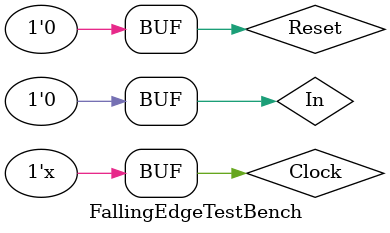
<source format=v>


//-----------------------------------------------------------------------
//	Section:	Defines and Constants
//-----------------------------------------------------------------------
`timescale		1 ns/1 ps		// Display things in ns, compute them in ps
`define HalfCycle	18.518			// Half of the clock cycle time in nanoseconds
`define Cycle		(`HalfCycle * 2)	// Didn't you learn to multiply?
`define ActiveCycles	65536			// Change this to hold the buttons down for longer!
//-----------------------------------------------------------------------

//-----------------------------------------------------------------------
//	Module:		FallingEdgeTestBench
//	CUT:		FPGA_TOP2, Checkpoint1
//-----------------------------------------------------------------------
module FallingEdgeTestBench;
	//---------------------------------------------------------------
	//	Wires and Regs
	//---------------------------------------------------------------
	reg			Clock, Reset;

	reg			In;
	wire			Out;

	//---------------------------------------------------------------
	//	Clock Source
	//		This section will generate a clock signal,
	//		turning it on and off according the HalfCycle
	//		time, in this case it will generate a 27MHz clock
	//		THIS COULD NEVER BE SYNTHESIZED
	//---------------------------------------------------------------
	initial Clock =		1'b0;		// We need to start at 1'b0, otherwise clock will always be 1'bx
	always #(`HalfCycle) Clock =	~Clock;	// Every half clock cycle, invert the clock
	//---------------------------------------------------------------

	//--------------------------------------------------------------
	// CUT: FallingEdgeDetector
	//--------------------------------------------------------------
	
	FallingEdgeDetector FallingEdgeDetector( .Clock(Clock), .Reset(Reset), .In(In),	.Out(Out));

	//---------------------------------------------------------------
	//	Test Stimulus
	//		This initial block will periodically set new
	//		values for the inputs to the CUT.  By changing
	//		the values we can pretend that the circuit is on
	//		a CaLinx2 board and you are pressing the buttons.
	//		THIS COULD NEVER BE SYNTHESIZED
	//---------------------------------------------------------------
	initial begin
		In =			1'b0;	// Set the input value
		
		Reset =		1'b1;	// We're not currently pressing the reset button (active low)
		#(`Cycle * 20);			// Let 20 clock cycles go by...
						// This is important for the post place and route simulation
		Reset =		1'b0;	// Press the reset button (active low)
		
		In = 1'b1;
		#(`Cycle);
		#(`Cycle);
		In = 1'b0;
		#(`Cycle);
		#(`Cycle);
		In = 1'b1;
		#(`Cycle);
		#(`Cycle);
		#(`Cycle);
		In = 1'b0;
		#(`Cycle);
		#(`Cycle);
		
		
	end
	//---------------------------------------------------------------
endmodule
//-----------------------------------------------------------------------
</source>
